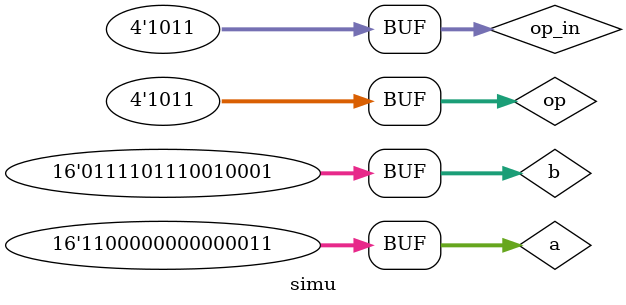
<source format=v>
`timescale 1ns / 1ps

module simu();

reg[3:0] op;
wire[3:0] op_in;
reg[15:0] a = 16'b0100_0001_1110_0100;
reg[15:0] b = 16'b0111_1011_1001_0001;
wire[15:0] out;

assign op_in = op;

initial begin
        op = 4'b0000;
    #20 op = 4'b0001;
    #20 op = 4'b1011;

    #20 op = 4'b0000;
        a = 16'b0100_0000_0000_0011;
    #20 op = 4'b0010;
    #20 op = 4'b1011;

    #20 op = 4'b0000;
    #20 op = 4'b0011;
    #20 op = 4'b1011;

    #20 op = 4'b0000;
    #20 op = 4'b0100;
    #20 op = 4'b1011;

    #20 op = 4'b0000;
    #20 op = 4'b0101;
    #20 op = 4'b1011;

    #20 op = 4'b0000;
    #20 op = 4'b0110;
    #20 op = 4'b1011;

    #20 op = 4'b0000;
    #20 op = 4'b0111;
    #20 op = 4'b1011;

    #20 op = 4'b0000;
    #20 op = 4'b1000;
    #20 op = 4'b1011;

    #20 op = 4'b0000;
        a = 16'b1100_0000_0000_0011;
    #20 op = 4'b1001;
    #20 op = 4'b1011;

    #20 op = 4'b0000;
    #20 op = 4'b1010;
    #20 op = 4'b1011;
end


alu mytest(op_in, a, b, out);

endmodule

</source>
